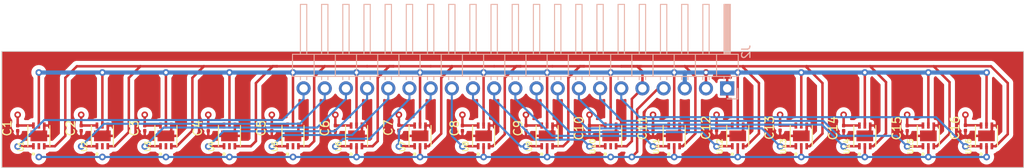
<source format=kicad_pcb>
(kicad_pcb (version 20221018) (generator pcbnew)
  (layers (0 "F.Cu" signal) (1 "In1.Cu" signal) (2 "In2.Cu" signal) (31 "B.Cu" signal) (34 "B.Paste" user) (35 "F.Paste" user) (36 "B.SilkS" user "B.Silkscreen") (37 "F.SilkS" user "F.Silkscreen") (38 "B.Mask" user) (39 "F.Mask" user) (44 "Edge.Cuts" user))
  (net 0 "")
  (net 1 "v+")
  (net 2 "GND")
  (net 3 "SCLK")
  (net 4 "MOSI")
  (net 5 "MISO")
  (net 6 "SS16")
  (net 7 "SS15")
  (net 8 "SS14")
  (net 9 "SS13")
  (net 10 "SS12")
  (net 11 "SS11")
  (net 12 "SS10")
  (net 13 "SS9")
  (net 14 "SS8")
  (net 15 "SS7")
  (net 16 "SS6")
  (net 17 "SS5")
  (net 18 "SS4")
  (net 19 "SS3")
  (net 20 "SS2")
  (net 21 "SS1")
  (footprint "Capacitor_SMD:C_0201_0603Metric" (layer "F.Cu") (at 200.66 110.835 -90)
    (fp_text reference "C14")
    (fp_text value "C_Small" hide)
  )
  (footprint "Capacitor_SMD:C_0201_0603Metric" (layer "F.Cu") (at 147.32 110.78 -90)
    (fp_text reference "C7")
    (fp_text value "C_Small" hide)
  )
  (footprint "Capacitor_SMD:C_0201_0603Metric" (layer "F.Cu") (at 177.8 110.835 -90)
    (fp_text reference "C11")
    (fp_text value "C_Small" hide)
  )
  (footprint "own_footprints:NVE SM225 10E" (layer "F.Cu") (at 111.76 111.76 90)
    (fp_text reference "U2")
    (fp_text value "SM225-10E")
  )
  (footprint "Capacitor_SMD:C_0201_0603Metric" (layer "F.Cu") (at 109.22 110.835 -90)
    (fp_text reference "C2")
    (fp_text value "C_Small" hide)
  )
  (footprint "own_footprints:NVE SM225 10E" (layer "F.Cu") (at 203.2 111.76 90)
    (fp_text reference "U14")
    (fp_text value "SM225-10E")
  )
  (footprint "Capacitor_SMD:C_0201_0603Metric" (layer "F.Cu") (at 208.28 110.835 -90)
    (fp_text reference "C15")
    (fp_text value "C_Small" hide)
  )
  (footprint "own_footprints:NVE SM225 10E" (layer "F.Cu") (at 142.24 111.76 90)
    (fp_text reference "U6")
    (fp_text value "SM225-10E")
  )
  (footprint "Capacitor_SMD:C_0201_0603Metric" (layer "F.Cu") (at 215.265 110.805 -90)
    (fp_text reference "C16")
    (fp_text value "C_Small" hide)
  )
  (footprint "own_footprints:NVE SM225 10E" (layer "F.Cu") (at 157.48 111.76 90)
    (fp_text reference "U8")
    (fp_text value "SM225-10E")
  )
  (footprint "own_footprints:NVE SM225 10E" (layer "F.Cu") (at 119.38 111.76 90)
    (fp_text reference "U3")
    (fp_text value "SM225-10E")
  )
  (footprint "own_footprints:NVE SM225 10E" (layer "F.Cu") (at 134.62 111.76 90)
    (fp_text reference "U5")
    (fp_text value "SM225-10E")
  )
  (footprint "Capacitor_SMD:C_0201_0603Metric" (layer "F.Cu") (at 170.18 110.835 -90)
    (fp_text reference "C10")
    (fp_text value "C_Small" hide)
  )
  (footprint "own_footprints:NVE SM225 10E" (layer "F.Cu") (at 210.82 111.76 90)
    (fp_text reference "U15")
    (fp_text value "SM225-10E")
  )
  (footprint "own_footprints:NVE SM225 10E" (layer "F.Cu") (at 180.34 111.76 90)
    (fp_text reference "U11")
    (fp_text value "SM225-10E")
  )
  (footprint "own_footprints:NVE SM225 10E" (layer "F.Cu") (at 195.58 111.76 90)
    (fp_text reference "U13")
    (fp_text value "SM225-10E")
  )
  (footprint "Capacitor_SMD:C_0201_0603Metric" (layer "F.Cu") (at 162.56 110.835 -90)
    (fp_text reference "C9")
    (fp_text value "C_Small" hide)
  )
  (footprint "Capacitor_SMD:C_0201_0603Metric" (layer "F.Cu") (at 154.94 110.835 -90)
    (fp_text reference "C8")
    (fp_text value "C_Small" hide)
  )
  (footprint "own_footprints:NVE SM225 10E" (layer "F.Cu") (at 127 111.76 90)
    (fp_text reference "U4")
    (fp_text value "SM225-10E")
  )
  (footprint "Capacitor_SMD:C_0201_0603Metric" (layer "F.Cu") (at 193.04 110.78 -90)
    (fp_text reference "C13")
    (fp_text value "C_Small" hide)
  )
  (footprint "Capacitor_SMD:C_0201_0603Metric" (layer "F.Cu") (at 185.42 110.78 -90)
    (fp_text reference "C12")
    (fp_text value "C_Small" hide)
  )
  (footprint "Capacitor_SMD:C_0201_0603Metric" (layer "F.Cu") (at 132.08 110.835 -90)
    (fp_text reference "C5")
    (fp_text value "C_Small" hide)
  )
  (footprint "own_footprints:NVE SM225 10E" (layer "F.Cu") (at 172.72 111.76 90)
    (fp_text reference "U10")
    (fp_text value "SM225-10E")
  )
  (footprint "Capacitor_SMD:C_0201_0603Metric" (layer "F.Cu") (at 101.6 110.835 -90)
    (fp_text reference "C1")
    (fp_text value "C_Small" hide)
  )
  (footprint "own_footprints:NVE SM225 10E" (layer "F.Cu") (at 217.79 111.76 90)
    (fp_text reference "U16")
    (fp_text value "SM225-10E")
  )
  (footprint "own_footprints:NVE SM225 10E" (layer "F.Cu") (at 165.1 111.76 90)
    (fp_text reference "U9")
    (fp_text value "SM225-10E")
  )
  (footprint "Capacitor_SMD:C_0201_0603Metric" (layer "F.Cu") (at 139.7 110.835 -90)
    (fp_text reference "C6")
    (fp_text value "C_Small" hide)
  )
  (footprint "own_footprints:NVE SM225 10E" (layer "F.Cu") (at 187.96 111.76 90)
    (fp_text reference "U12")
    (fp_text value "SM225-10E")
  )
  (footprint "own_footprints:NVE SM225 10E" (layer "F.Cu") (at 149.86 111.76 90)
    (fp_text reference "U7")
    (fp_text value "SM225-10E")
  )
  (footprint "Capacitor_SMD:C_0201_0603Metric" (layer "F.Cu") (at 116.84 110.835 -90)
    (fp_text reference "C3")
    (fp_text value "C_Small" hide)
  )
  (footprint "Capacitor_SMD:C_0201_0603Metric" (layer "F.Cu") (at 124.46 110.835 -90)
    (fp_text reference "C4")
    (fp_text value "C_Small" hide)
  )
  (footprint "own_footprints:NVE SM225 10E" (layer "F.Cu") (at 104.14 111.76 90)
    (fp_text reference "U1")
    (fp_text value "SM225-10E")
  )
  (footprint "Connector_PinHeader_2.54mm:PinHeader_1x21_P2.54mm_Horizontal" (layer "B.Cu") (at 186.69 106.045 90)
    (fp_text reference "J2")
    (fp_text value "Conn_01x21_Pin")
  )
  (gr_line (start 99.695 115.57) (end 99.695 101.6) (stroke (width 0.1)) (layer "Edge.Cuts"))
  (gr_line (start 222.25 101.6) (end 222.25 115.57) (stroke (width 0.1)) (layer "Edge.Cuts"))
  (gr_line (start 99.695 101.6) (end 222.25 101.6) (stroke (width 0.1)) (layer "Edge.Cuts"))
  (gr_line (start 222.25 115.57) (end 99.695 115.57) (stroke (width 0.1)) (layer "Edge.Cuts"))
  (segment (start 194.93 110.515) (end 193.095 110.515) (width 0.3) (layer "F.Cu") (net 1))
  (segment (start 126.35 110.515) (end 124.46 110.515) (width 0.3) (layer "F.Cu") (net 1))
  (segment (start 154.94 110.515) (end 154.94 109.22) (width 0.3) (layer "F.Cu") (net 1))
  (segment (start 149.21 110.515) (end 147.375 110.515) (width 0.3) (layer "F.Cu") (net 1))
  (segment (start 187.31 110.515) (end 185.475 110.515) (width 0.3) (layer "F.Cu") (net 1))
  (segment (start 132.08 110.515) (end 132.08 109.22) (width 0.3) (layer "F.Cu") (net 1))
  (segment (start 185.42 110.46) (end 185.42 109.22) (width 0.3) (layer "F.Cu") (net 1))
  (segment (start 215.265 110.485) (end 215.265 109.22) (width 0.3) (layer "F.Cu") (net 1))
  (segment (start 210.17 110.515) (end 208.28 110.515) (width 0.3) (layer "F.Cu") (net 1))
  (segment (start 208.28 110.515) (end 208.28 109.22) (width 0.3) (layer "F.Cu") (net 1))
  (segment (start 177.8 110.515) (end 177.8 109.22) (width 0.3) (layer "F.Cu") (net 1))
  (segment (start 193.095 110.515) (end 193.04 110.46) (width 0.3) (layer "F.Cu") (net 1))
  (segment (start 103.49 110.515) (end 101.6 110.515) (width 0.3) (layer "F.Cu") (net 1))
  (segment (start 202.55 110.515) (end 200.66 110.515) (width 0.3) (layer "F.Cu") (net 1))
  (segment (start 184.15 106.045) (end 184.15 104.14) (width 0.3) (layer "F.Cu") (net 1))
  (segment (start 156.83 110.515) (end 154.94 110.515) (width 0.3) (layer "F.Cu") (net 1))
  (segment (start 124.46 110.515) (end 124.46 109.22) (width 0.3) (layer "F.Cu") (net 1))
  (segment (start 162.56 110.515) (end 162.56 109.22) (width 0.3) (layer "F.Cu") (net 1))
  (segment (start 172.07 110.515) (end 170.18 110.515) (width 0.3) (layer "F.Cu") (net 1))
  (segment (start 179.69 110.515) (end 177.8 110.515) (width 0.3) (layer "F.Cu") (net 1))
  (segment (start 133.97 110.515) (end 132.08 110.515) (width 0.3) (layer "F.Cu") (net 1))
  (segment (start 200.66 110.515) (end 200.66 109.22) (width 0.3) (layer "F.Cu") (net 1))
  (segment (start 109.22 110.515) (end 109.22 109.22) (width 0.3) (layer "F.Cu") (net 1))
  (segment (start 101.6 110.515) (end 101.6 109.22) (width 0.3) (layer "F.Cu") (net 1))
  (segment (start 215.265 110.485) (end 217.11 110.485) (width 0.3) (layer "F.Cu") (net 1))
  (segment (start 111.11 110.515) (end 109.22 110.515) (width 0.3) (layer "F.Cu") (net 1))
  (segment (start 164.45 110.515) (end 162.56 110.515) (width 0.3) (layer "F.Cu") (net 1))
  (segment (start 147.32 110.46) (end 147.32 109.22) (width 0.3) (layer "F.Cu") (net 1))
  (segment (start 141.59 110.515) (end 139.7 110.515) (width 0.3) (layer "F.Cu") (net 1))
  (segment (start 147.375 110.515) (end 147.32 110.46) (width 0.3) (layer "F.Cu") (net 1))
  (segment (start 116.84 110.515) (end 116.84 109.22) (width 0.3) (layer "F.Cu") (net 1))
  (segment (start 193.04 110.46) (end 193.04 109.22) (width 0.3) (layer "F.Cu") (net 1))
  (segment (start 217.11 110.485) (end 217.14 110.515) (width 0.3) (layer "F.Cu") (net 1))
  (segment (start 170.18 110.515) (end 170.18 109.22) (width 0.3) (layer "F.Cu") (net 1))
  (segment (start 118.73 110.515) (end 116.84 110.515) (width 0.3) (layer "F.Cu") (net 1))
  (segment (start 185.475 110.515) (end 185.42 110.46) (width 0.3) (layer "F.Cu") (net 1))
  (segment (start 139.7 110.515) (end 139.7 109.22) (width 0.3) (layer "F.Cu") (net 1))
  (via blind (at 184.15 104.14) (size 0.8) (drill 0.4) (layers "F.Cu" "In1.Cu") (net 1))
  (via blind (at 200.66 109.22) (size 0.8) (drill 0.4) (layers "F.Cu" "In1.Cu") (net 1))
  (via blind (at 139.7 109.22) (size 0.8) (drill 0.4) (layers "F.Cu" "In1.Cu") (net 1))
  (via blind (at 162.56 109.22) (size 0.8) (drill 0.4) (layers "F.Cu" "In1.Cu") (net 1))
  (via blind (at 132.08 109.22) (size 0.8) (drill 0.4) (layers "F.Cu" "In1.Cu") (net 1))
  (via blind (at 116.84 109.22) (size 0.8) (drill 0.4) (layers "F.Cu" "In1.Cu") (net 1))
  (via blind (at 215.265 109.22) (size 0.8) (drill 0.4) (layers "F.Cu" "In1.Cu") (net 1))
  (via blind (at 124.46 109.22) (size 0.8) (drill 0.4) (layers "F.Cu" "In1.Cu") (net 1))
  (via blind (at 208.28 109.22) (size 0.8) (drill 0.4) (layers "F.Cu" "In1.Cu") (net 1))
  (via blind (at 193.04 109.22) (size 0.8) (drill 0.4) (layers "F.Cu" "In1.Cu") (net 1))
  (via blind (at 170.18 109.22) (size 0.8) (drill 0.4) (layers "F.Cu" "In1.Cu") (net 1))
  (via blind (at 101.6 109.22) (size 0.8) (drill 0.4) (layers "F.Cu" "In1.Cu") (net 1))
  (via blind (at 185.42 109.22) (size 0.8) (drill 0.4) (layers "F.Cu" "In1.Cu") (net 1))
  (via blind (at 109.22 109.22) (size 0.8) (drill 0.4) (layers "F.Cu" "In1.Cu") (net 1))
  (via blind (at 177.8 109.22) (size 0.8) (drill 0.4) (layers "F.Cu" "In1.Cu") (net 1))
  (via blind (at 147.32 109.22) (size 0.8) (drill 0.4) (layers "F.Cu" "In1.Cu") (net 1))
  (via blind (at 154.94 109.22) (size 0.8) (drill 0.4) (layers "F.Cu" "In1.Cu") (net 1))
  (segment (start 218.44 111.11) (end 217.79 111.76) (width 0.3) (layer "F.Cu") (net 2))
  (segment (start 180.99 111.11) (end 180.99 110.515) (width 0.3) (layer "F.Cu") (net 2))
  (segment (start 142.89 111.11) (end 142.89 110.515) (width 0.3) (layer "F.Cu") (net 2))
  (segment (start 188.61 111.11) (end 188.61 110.515) (width 0.3) (layer "F.Cu") (net 2))
  (segment (start 158.13 111.11) (end 158.13 110.515) (width 0.3) (layer "F.Cu") (net 2))
  (segment (start 211.47 111.11) (end 210.82 111.76) (width 0.3) (layer "F.Cu") (net 2))
  (segment (start 172.72 111.76) (end 173.37 111.11) (width 0.3) (layer "F.Cu") (net 2))
  (segment (start 104.14 111.76) (end 104.79 111.11) (width 0.3) (layer "F.Cu") (net 2))
  (segment (start 134.62 111.76) (end 135.27 111.11) (width 0.3) (layer "F.Cu") (net 2))
  (segment (start 195.58 111.76) (end 196.23 111.11) (width 0.3) (layer "F.Cu") (net 2))
  (segment (start 218.44 110.515) (end 218.44 111.11) (width 0.3) (layer "F.Cu") (net 2))
  (segment (start 104.79 111.11) (end 104.79 110.515) (width 0.3) (layer "F.Cu") (net 2))
  (segment (start 127 111.76) (end 127.65 111.11) (width 0.3) (layer "F.Cu") (net 2))
  (segment (start 196.23 111.11) (end 196.23 110.515) (width 0.3) (layer "F.Cu") (net 2))
  (segment (start 165.75 111.11) (end 165.75 110.515) (width 0.3) (layer "F.Cu") (net 2))
  (segment (start 157.48 111.76) (end 158.13 111.11) (width 0.3) (layer "F.Cu") (net 2))
  (segment (start 173.37 111.11) (end 173.37 110.515) (width 0.3) (layer "F.Cu") (net 2))
  (segment (start 149.86 111.76) (end 150.51 111.11) (width 0.3) (layer "F.Cu") (net 2))
  (segment (start 142.24 111.76) (end 142.89 111.11) (width 0.3) (layer "F.Cu") (net 2))
  (segment (start 211.47 110.515) (end 211.47 111.11) (width 0.3) (layer "F.Cu") (net 2))
  (segment (start 187.96 111.76) (end 188.61 111.11) (width 0.3) (layer "F.Cu") (net 2))
  (segment (start 203.2 111.76) (end 203.85 111.11) (width 0.3) (layer "F.Cu") (net 2))
  (segment (start 150.51 111.11) (end 150.51 110.515) (width 0.3) (layer "F.Cu") (net 2))
  (segment (start 112.41 111.11) (end 112.41 110.515) (width 0.3) (layer "F.Cu") (net 2))
  (segment (start 120.03 111.11) (end 120.03 110.515) (width 0.3) (layer "F.Cu") (net 2))
  (segment (start 203.85 111.11) (end 203.85 110.515) (width 0.3) (layer "F.Cu") (net 2))
  (segment (start 111.76 111.76) (end 112.41 111.11) (width 0.3) (layer "F.Cu") (net 2))
  (segment (start 180.34 111.76) (end 180.99 111.11) (width 0.3) (layer "F.Cu") (net 2))
  (segment (start 119.38 111.76) (end 120.03 111.11) (width 0.3) (layer "F.Cu") (net 2))
  (segment (start 165.1 111.76) (end 165.75 111.11) (width 0.3) (layer "F.Cu") (net 2))
  (segment (start 127.65 111.11) (end 127.65 110.515) (width 0.3) (layer "F.Cu") (net 2))
  (segment (start 135.27 111.11) (end 135.27 110.515) (width 0.3) (layer "F.Cu") (net 2))
  (segment (start 157.48 110.515) (end 157.48 104.14) (width 0.3) (layer "F.Cu") (net 3))
  (segment (start 149.86 110.515) (end 149.86 104.14) (width 0.3) (layer "F.Cu") (net 3))
  (segment (start 180.34 110.515) (end 180.34 104.14) (width 0.3) (layer "F.Cu") (net 3))
  (segment (start 134.62 110.515) (end 134.62 104.14) (width 0.3) (layer "F.Cu") (net 3))
  (segment (start 210.82 110.515) (end 210.82 104.14) (width 0.3) (layer "F.Cu") (net 3))
  (segment (start 104.14 110.182879) (end 104.14 104.14) (width 0.3) (layer "F.Cu") (net 3))
  (segment (start 111.76 110.515) (end 111.76 104.14) (width 0.3) (layer "F.Cu") (net 3))
  (segment (start 127 110.515) (end 127 104.14) (width 0.3) (layer "F.Cu") (net 3))
  (segment (start 203.2 110.515) (end 203.2 104.14) (width 0.3) (layer "F.Cu") (net 3))
  (segment (start 217.79 110.515) (end 217.805 104.14) (width 0.3) (layer "F.Cu") (net 3))
  (segment (start 195.58 110.182879) (end 195.58 104.14) (width 0.3) (layer "F.Cu") (net 3))
  (segment (start 217.805 104.14) (end 217.79 104.155) (width 0.25) (layer "F.Cu") (net 3))
  (segment (start 195.58 110.515) (end 195.58 110.182879) (width 0.25) (layer "F.Cu") (net 3))
  (segment (start 142.24 110.515) (end 142.24 104.14) (width 0.3) (layer "F.Cu") (net 3))
  (segment (start 187.96 110.515) (end 187.96 104.14) (width 0.3) (layer "F.Cu") (net 3))
  (segment (start 165.1 110.515) (end 165.1 104.14) (width 0.3) (layer "F.Cu") (net 3))
  (segment (start 119.38 110.515) (end 119.38 104.14) (width 0.3) (layer "F.Cu") (net 3))
  (segment (start 172.72 110.515) (end 172.72 104.14) (width 0.3) (layer "F.Cu") (net 3))
  (segment (start 104.14 110.515) (end 104.14 110.182879) (width 0.25) (layer "F.Cu") (net 3))
  (via (at 210.82 104.14) (size 0.8) (drill 0.4) (layers "F.Cu" "B.Cu") (net 3))
  (via (at 119.38 104.14) (size 0.8) (drill 0.4) (layers "F.Cu" "B.Cu") (net 3))
  (via (at 165.1 104.14) (size 0.8) (drill 0.4) (layers "F.Cu" "B.Cu") (net 3))
  (via (at 127 104.14) (size 0.8) (drill 0.4) (layers "F.Cu" "B.Cu") (net 3))
  (via (at 172.72 104.14) (size 0.8) (drill 0.4) (layers "F.Cu" "B.Cu") (net 3))
  (via (at 217.805 104.14) (size 0.8) (drill 0.4) (layers "F.Cu" "B.Cu") (net 3))
  (via (at 157.48 104.14) (size 0.8) (drill 0.4) (layers "F.Cu" "B.Cu") (net 3))
  (via (at 149.86 104.14) (size 0.8) (drill 0.4) (layers "F.Cu" "B.Cu") (net 3))
  (via (at 111.76 104.14) (size 0.8) (drill 0.4) (layers "F.Cu" "B.Cu") (net 3))
  (via (at 134.62 104.14) (size 0.8) (drill 0.4) (layers "F.Cu" "B.Cu") (net 3))
  (via (at 203.2 104.14) (size 0.8) (drill 0.4) (layers "F.Cu" "B.Cu") (net 3))
  (via (at 180.34 104.14) (size 0.8) (drill 0.4) (layers "F.Cu" "B.Cu") (net 3))
  (via (at 142.24 104.14) (size 0.8) (drill 0.4) (layers "F.Cu" "B.Cu") (net 3))
  (via (at 195.58 104.14) (size 0.8) (drill 0.4) (layers "F.Cu" "B.Cu") (net 3))
  (via (at 104.14 104.14) (size 0.8) (drill 0.4) (layers "F.Cu" "B.Cu") (net 3))
  (via (at 187.96 104.14) (size 0.8) (drill 0.4) (layers "F.Cu" "B.Cu") (net 3))
  (segment (start 181.61 104.14) (end 217.805 104.14) (width 0.5) (layer "B.Cu") (net 3))
  (segment (start 104.14 104.14) (end 181.61 104.14) (width 0.5) (layer "B.Cu") (net 3))
  (segment (start 181.61 106.045) (end 181.61 104.14) (width 0.5) (layer "B.Cu") (net 3))
  (segment (start 175.895 113.665) (end 175.26 114.3) (width 0.3) (layer "F.Cu") (net 4))
  (segment (start 175.895 108.585) (end 175.895 113.665) (width 0.3) (layer "F.Cu") (net 4))
  (segment (start 157.48 114.3) (end 157.48 113.005) (width 0.3) (layer "F.Cu") (net 4))
  (segment (start 165.1 114.3) (end 165.1 113.005) (width 0.3) (layer "F.Cu") (net 4))
  (segment (start 179.07 106.045) (end 178.435 106.045) (width 0.3) (layer "F.Cu") (net 4))
  (segment (start 178.435 106.045) (end 175.895 108.585) (width 0.3) (layer "F.Cu") (net 4))
  (segment (start 149.86 114.3) (end 149.86 113.005) (width 0.3) (layer "F.Cu") (net 4))
  (segment (start 187.96 114.3) (end 187.96 113.005) (width 0.3) (layer "F.Cu") (net 4))
  (segment (start 217.805 113.02) (end 217.79 113.005) (width 0.3) (layer "F.Cu") (net 4))
  (segment (start 203.2 114.3) (end 203.2 113.005) (width 0.3) (layer "F.Cu") (net 4))
  (segment (start 142.24 114.3) (end 142.24 113.005) (width 0.3) (layer "F.Cu") (net 4))
  (segment (start 210.82 114.3) (end 210.82 113.005) (width 0.3) (layer "F.Cu") (net 4))
  (segment (start 217.805 114.3) (end 217.805 113.02) (width 0.3) (layer "F.Cu") (net 4))
  (segment (start 180.34 114.3) (end 180.34 113.005) (width 0.3) (layer "F.Cu") (net 4))
  (segment (start 195.58 114.3) (end 195.58 113.005) (width 0.3) (layer "F.Cu") (net 4))
  (via (at 119.38 114.3) (size 0.8) (drill 0.4) (layers "F.Cu" "B.Cu") (net 4))
  (via (at 127 114.3) (size 0.8) (drill 0.4) (layers "F.Cu" "B.Cu") (net 4))
  (via (at 165.1 114.3) (size 0.8) (drill 0.4) (layers "F.Cu" "B.Cu") (net 4))
  (via (at 104.14 114.3) (size 0.8) (drill 0.4) (layers "F.Cu" "B.Cu") (net 4))
  (via (at 217.805 114.3) (size 0.8) (drill 0.4) (layers "F.Cu" "B.Cu") (net 4))
  (via (at 180.34 114.3) (size 0.8) (drill 0.4) (layers "F.Cu" "B.Cu") (net 4))
  (via (at 157.48 114.3) (size 0.8) (drill 0.4) (layers "F.Cu" "B.Cu") (net 4))
  (via (at 149.86 114.3) (size 0.8) (drill 0.4) (layers "F.Cu" "B.Cu") (net 4))
  (via (at 210.82 114.3) (size 0.8) (drill 0.4) (layers "F.Cu" "B.Cu") (net 4))
  (via (at 203.2 114.3) (size 0.8) (drill 0.4) (layers "F.Cu" "B.Cu") (net 4))
  (via (at 111.76 114.3) (size 0.8) (drill 0.4) (layers "F.Cu" "B.Cu") (net 4))
  (via (at 187.96 114.3) (size 0.8) (drill 0.4) (layers "F.Cu" "B.Cu") (net 4))
  (via (at 142.24 114.3) (size 0.8) (drill 0.4) (layers "F.Cu" "B.Cu") (net 4))
  (via (at 175.26 114.3) (size 0.8) (drill 0.4) (layers "F.Cu" "B.Cu") (net 4))
  (via (at 172.72 114.3) (size 0.8) (drill 0.4) (layers "F.Cu" "B.Cu") (net 4))
  (via (at 195.58 114.3) (size 0.8) (drill 0.4) (layers "F.Cu" "B.Cu") (net 4))
  (via (at 134.62 114.3) (size 0.8) (drill 0.4) (layers "F.Cu" "B.Cu") (net 4))
  (segment (start 217.17 114.3) (end 217.17 114.3) (width 0.25) (layer "B.Cu") (net 4))
  (segment (start 104.775 114.3) (end 104.14 114.3) (width 0.25) (layer "B.Cu") (net 4))
  (segment (start 187.96 114.3) (end 180.34 114.3) (width 0.25) (layer "B.Cu") (net 4))
  (segment (start 127 114.3) (end 134.62 114.3) (width 0.25) (layer "B.Cu") (net 4))
  (segment (start 195.58 114.3) (end 187.96 114.3) (width 0.25) (layer "B.Cu") (net 4))
  (segment (start 134.62 114.3) (end 142.24 114.3) (width 0.25) (layer "B.Cu") (net 4))
  (segment (start 172.72 114.3) (end 165.1 114.3) (width 0.25) (layer "B.Cu") (net 4))
  (segment (start 217.17 114.3) (end 217.805 114.3) (width 0.25) (layer "B.Cu") (net 4))
  (segment (start 111.76 114.3) (end 104.775 114.3) (width 0.25) (layer "B.Cu") (net 4))
  (segment (start 180.34 114.3) (end 176.53 114.3) (width 0.25) (layer "B.Cu") (net 4))
  (segment (start 119.38 114.3) (end 111.76 114.3) (width 0.25) (layer "B.Cu") (net 4))
  (segment (start 149.86 114.3) (end 157.48 114.3) (width 0.25) (layer "B.Cu") (net 4))
  (segment (start 210.82 114.3) (end 203.2 114.3) (width 0.25) (layer "B.Cu") (net 4))
  (segment (start 104.775 114.3) (end 104.775 114.3) (width 0.25) (layer "B.Cu") (net 4))
  (segment (start 203.2 114.3) (end 195.58 114.3) (width 0.25) (layer "B.Cu") (net 4))
  (segment (start 119.38 114.3) (end 127 114.3) (width 0.25) (layer "B.Cu") (net 4))
  (segment (start 176.53 114.3) (end 172.72 114.3) (width 0.25) (layer "B.Cu") (net 4))
  (segment (start 142.24 114.3) (end 149.86 114.3) (width 0.25) (layer "B.Cu") (net 4))
  (segment (start 165.1 114.3) (end 157.48 114.3) (width 0.25) (layer "B.Cu") (net 4))
  (segment (start 210.82 114.3) (end 217.17 114.3) (width 0.25) (layer "B.Cu") (net 4))
  (segment (start 182.88 104.66) (end 181.61 103.39) (width 0.3) (layer "F.Cu") (net 5))
  (segment (start 120.03 113.005) (end 120.675 113.005) (width 0.3) (layer "F.Cu") (net 5))
  (segment (start 205.74 111.482477) (end 205.74 105.295) (width 0.3) (layer "F.Cu") (net 5))
  (segment (start 190.5 111.482477) (end 190.5 105.41) (width 0.3) (layer "F.Cu") (net 5))
  (segment (start 106.07 113.005) (end 107.315 111.76) (width 0.3) (layer "F.Cu") (net 5))
  (segment (start 174.65 113.005) (end 175.26 112.395) (width 0.3) (layer "F.Cu") (net 5))
  (segment (start 137.16 112.395) (end 136.55 113.005) (width 0.3) (layer "F.Cu") (net 5))
  (segment (start 146.685 103.39) (end 151.13 103.39) (width 0.3) (layer "F.Cu") (net 5))
  (segment (start 213.36 111.482477) (end 213.36 105.295) (width 0.3) (layer "F.Cu") (net 5))
  (segment (start 130.175 105.41) (end 130.175 112.395) (width 0.3) (layer "F.Cu") (net 5))
  (segment (start 138.43 103.39) (end 143.51 103.39) (width 0.3) (layer "F.Cu") (net 5))
  (segment (start 180.99 113.005) (end 181.357477 113.005) (width 0.3) (layer "F.Cu") (net 5))
  (segment (start 176.53 106.045) (end 176.53 104.025) (width 0.3) (layer "F.Cu") (net 5))
  (segment (start 150.51 113.005) (end 150.877477 113.005) (width 0.3) (layer "F.Cu") (net 5))
  (segment (start 107.315 104.775) (end 108.7 103.39) (width 0.3) (layer "F.Cu") (net 5))
  (segment (start 188.61 113.005) (end 188.977477 113.005) (width 0.3) (layer "F.Cu") (net 5))
  (segment (start 122.555 111.125) (end 122.555 104.775) (width 0.3) (layer "F.Cu") (net 5))
  (segment (start 152.4 111.482477) (end 152.4 104.775) (width 0.3) (layer "F.Cu") (net 5))
  (segment (start 152.4 104.775) (end 153.67 103.505) (width 0.3) (layer "F.Cu") (net 5))
  (segment (start 181.357477 113.005) (end 182.88 111.482477) (width 0.3) (layer "F.Cu") (net 5))
  (segment (start 188.595 103.505) (end 188.595 103.39) (width 0.3) (layer "F.Cu") (net 5))
  (segment (start 175.895 103.39) (end 173.99 103.39) (width 0.3) (layer "F.Cu") (net 5))
  (segment (start 176.415 103.39) (end 175.895 103.39) (width 0.3) (layer "F.Cu") (net 5))
  (segment (start 181.61 103.39) (end 188.595 103.39) (width 0.3) (layer "F.Cu") (net 5))
  (segment (start 203.85 113.005) (end 204.217477 113.005) (width 0.3) (layer "F.Cu") (net 5))
  (segment (start 160.02 104.775) (end 161.405 103.39) (width 0.3) (layer "F.Cu") (net 5))
  (segment (start 198.12 105.41) (end 196.215 103.505) (width 0.3) (layer "F.Cu") (net 5))
  (segment (start 136.55 113.005) (end 135.27 113.005) (width 0.3) (layer "F.Cu") (net 5))
  (segment (start 173.37 113.005) (end 174.65 113.005) (width 0.3) (layer "F.Cu") (net 5))
  (segment (start 173.99 103.39) (end 181.61 103.39) (width 0.3) (layer "F.Cu") (net 5))
  (segment (start 204.217477 113.005) (end 205.74 111.482477) (width 0.3) (layer "F.Cu") (net 5))
  (segment (start 138.43 103.39) (end 132.715 103.39) (width 0.3) (layer "F.Cu") (net 5))
  (segment (start 196.23 113.005) (end 196.597477 113.005) (width 0.3) (layer "F.Cu") (net 5))
  (segment (start 151.13 103.39) (end 153.67 103.39) (width 0.3) (layer "F.Cu") (net 5))
  (segment (start 161.405 103.39) (end 161.925 103.39) (width 0.3) (layer "F.Cu") (net 5))
  (segment (start 130.175 112.395) (end 129.565 113.005) (width 0.3) (layer "F.Cu") (net 5))
  (segment (start 169.545 103.39) (end 173.99 103.39) (width 0.3) (layer "F.Cu") (net 5))
  (segment (start 165.75 113.005) (end 167.03 113.005) (width 0.3) (layer "F.Cu") (net 5))
  (segment (start 132.715 103.39) (end 132.195 103.39) (width 0.3) (layer "F.Cu") (net 5))
  (segment (start 175.26 107.315) (end 176.53 106.045) (width 0.3) (layer "F.Cu") (net 5))
  (segment (start 205.74 105.295) (end 203.835 103.39) (width 0.3) (layer "F.Cu") (net 5))
  (segment (start 165.735 103.39) (end 169.545 103.39) (width 0.3) (layer "F.Cu") (net 5))
  (segment (start 146.685 103.39) (end 146.165 103.39) (width 0.3) (layer "F.Cu") (net 5))
  (segment (start 182.88 111.482477) (end 182.88 104.66) (width 0.3) (layer "F.Cu") (net 5))
  (segment (start 158.585 113.005) (end 160.02 111.57) (width 0.3) (layer "F.Cu") (net 5))
  (segment (start 137.16 104.66) (end 137.16 112.395) (width 0.3) (layer "F.Cu") (net 5))
  (segment (start 218.325 103.39) (end 220.345 105.41) (width 0.3) (layer "F.Cu") (net 5))
  (segment (start 188.595 103.39) (end 196.215 103.39) (width 0.3) (layer "F.Cu") (net 5))
  (segment (start 211.837477 113.005) (end 213.36 111.482477) (width 0.3) (layer "F.Cu") (net 5))
  (segment (start 116.32 103.39) (end 123.94 103.39) (width 0.3) (layer "F.Cu") (net 5))
  (segment (start 142.89 113.005) (end 144.17 113.005) (width 0.3) (layer "F.Cu") (net 5))
  (segment (start 158.75 103.39) (end 161.925 103.39) (width 0.3) (layer "F.Cu") (net 5))
  (segment (start 167.03 113.005) (end 167.64 112.395) (width 0.3) (layer "F.Cu") (net 5))
  (segment (start 220.345 111.555) (end 218.895 113.005) (width 0.3) (layer "F.Cu") (net 5))
  (segment (start 196.215 103.39) (end 218.325 103.39) (width 0.3) (layer "F.Cu") (net 5))
  (segment (start 123.94 103.39) (end 132.715 103.39) (width 0.3) (layer "F.Cu") (net 5))
  (segment (start 176.53 104.025) (end 175.895 103.39) (width 0.3) (layer "F.Cu") (net 5))
  (segment (start 144.78 112.395) (end 144.78 104.775) (width 0.3) (layer "F.Cu") (net 5))
  (segment (start 161.925 103.39) (end 165.735 103.39) (width 0.3) (layer "F.Cu") (net 5))
  (segment (start 198.12 111.482477) (end 198.12 105.41) (width 0.3) (layer "F.Cu") (net 5))
  (segment (start 158.13 113.005) (end 158.585 113.005) (width 0.3) (layer "F.Cu") (net 5))
  (segment (start 175.26 112.395) (end 175.26 107.315) (width 0.3) (layer "F.Cu") (net 5))
  (segment (start 196.597477 113.005) (end 198.12 111.482477) (width 0.3) (layer "F.Cu") (net 5))
  (segment (start 104.79 113.005) (end 106.07 113.005) (width 0.3) (layer "F.Cu") (net 5))
  (segment (start 150.877477 113.005) (end 152.4 111.482477) (width 0.3) (layer "F.Cu") (net 5))
  (segment (start 153.67 103.505) (end 153.67 103.39) (width 0.3) (layer "F.Cu") (net 5))
  (segment (start 169.025 103.39) (end 169.545 103.39) (width 0.3) (layer "F.Cu") (net 5))
  (segment (start 114.935 111.303738) (end 114.935 104.775) (width 0.3) (layer "F.Cu") (net 5))
  (segment (start 220.345 105.41) (end 220.345 111.555) (width 0.3) (layer "F.Cu") (net 5))
  (segment (start 213.36 105.295) (end 211.455 103.39) (width 0.3) (layer "F.Cu") (net 5))
  (segment (start 153.67 103.39) (end 158.75 103.39) (width 0.3) (layer "F.Cu") (net 5))
  (segment (start 146.165 103.39) (end 144.78 104.775) (width 0.3) (layer "F.Cu") (net 5))
  (segment (start 108.7 103.39) (end 116.32 103.39) (width 0.3) (layer "F.Cu") (net 5))
  (segment (start 122.555 104.775) (end 123.94 103.39) (width 0.3) (layer "F.Cu") (net 5))
  (segment (start 167.64 104.775) (end 169.025 103.39) (width 0.3) (layer "F.Cu") (net 5))
  (segment (start 144.17 113.005) (end 144.78 112.395) (width 0.3) (layer "F.Cu") (net 5))
  (segment (start 188.977477 113.005) (end 190.5 111.482477) (width 0.3) (layer "F.Cu") (net 5))
  (segment (start 120.675 113.005) (end 122.555 111.125) (width 0.3) (layer "F.Cu") (net 5))
  (segment (start 143.51 103.39) (end 146.685 103.39) (width 0.3) (layer "F.Cu") (net 5))
  (segment (start 160.02 111.57) (end 160.02 104.775) (width 0.3) (layer "F.Cu") (net 5))
  (segment (start 114.935 104.775) (end 116.32 103.39) (width 0.3) (layer "F.Cu") (net 5))
  (segment (start 190.5 105.41) (end 188.595 103.505) (width 0.3) (layer "F.Cu") (net 5))
  (segment (start 129.565 113.005) (end 127.65 113.005) (width 0.3) (layer "F.Cu") (net 5))
  (segment (start 112.41 113.005) (end 113.233738 113.005) (width 0.3) (layer "F.Cu") (net 5))
  (segment (start 138.43 103.39) (end 137.16 104.66) (width 0.3) (layer "F.Cu") (net 5))
  (segment (start 211.47 113.005) (end 211.837477 113.005) (width 0.3) (layer "F.Cu") (net 5))
  (segment (start 132.195 103.39) (end 130.175 105.41) (width 0.3) (layer "F.Cu") (net 5))
  (segment (start 107.315 111.76) (end 107.315 104.775) (width 0.3) (layer "F.Cu") (net 5))
  (segment (start 113.233738 113.005) (end 114.935 111.303738) (width 0.3) (layer "F.Cu") (net 5))
  (segment (start 196.215 103.505) (end 196.215 103.39) (width 0.3) (layer "F.Cu") (net 5))
  (segment (start 167.64 112.395) (end 167.64 104.775) (width 0.3) (layer "F.Cu") (net 5))
  (segment (start 218.895 113.005) (end 218.44 113.005) (width 0.3) (layer "F.Cu") (net 5))
  (segment (start 215.29 113.005) (end 215.265 113.03) (width 0.3) (layer "F.Cu") (net 6))
  (segment (start 217.14 113.005) (end 215.29 113.005) (width 0.3) (layer "F.Cu") (net 6))
  (via (at 215.265 113.03) (size 0.8) (drill 0.4) (layers "F.Cu" "B.Cu") (net 6))
  (segment (start 211.745 109.51) (end 176.185 109.51) (width 0.25) (layer "B.Cu") (net 6))
  (segment (start 173.99 107.315) (end 173.99 106.045) (width 0.25) (layer "B.Cu") (net 6))
  (segment (start 215.265 113.03) (end 211.745 109.51) (width 0.25) (layer "B.Cu") (net 6))
  (segment (start 176.185 109.51) (end 173.99 107.315) (width 0.25) (layer "B.Cu") (net 6))
  (segment (start 210.145 113.03) (end 210.17 113.005) (width 0.3) (layer "F.Cu") (net 7))
  (segment (start 208.28 113.03) (end 210.145 113.03) (width 0.3) (layer "F.Cu") (net 7))
  (via (at 208.28 113.03) (size 0.8) (drill 0.4) (layers "F.Cu" "B.Cu") (net 7))
  (segment (start 171.45 107.315) (end 171.45 106.045) (width 0.25) (layer "B.Cu") (net 7))
  (segment (start 174.095 109.96) (end 171.45 107.315) (width 0.25) (layer "B.Cu") (net 7))
  (segment (start 200.025698 111.759302) (end 198.226396 109.96) (width 0.25) (layer "B.Cu") (net 7))
  (segment (start 198.226396 109.96) (end 174.095 109.96) (width 0.25) (layer "B.Cu") (net 7))
  (segment (start 208.28 113.03) (end 207.009302 111.759302) (width 0.25) (layer "B.Cu") (net 7))
  (segment (start 207.009302 111.759302) (end 200.025698 111.759302) (width 0.25) (layer "B.Cu") (net 7))
  (segment (start 202.55 113.005) (end 200.685 113.005) (width 0.3) (layer "F.Cu") (net 8))
  (segment (start 200.685 113.005) (end 200.66 113.03) (width 0.3) (layer "F.Cu") (net 8))
  (via (at 200.66 113.03) (size 0.8) (drill 0.4) (layers "F.Cu" "B.Cu") (net 8))
  (segment (start 200.66 113.03) (end 198.04 110.41) (width 0.25) (layer "B.Cu") (net 8))
  (segment (start 198.04 110.41) (end 172.005 110.41) (width 0.25) (layer "B.Cu") (net 8))
  (segment (start 172.005 110.41) (end 168.91 107.315) (width 0.25) (layer "B.Cu") (net 8))
  (segment (start 168.91 107.315) (end 168.91 106.045) (width 0.25) (layer "B.Cu") (net 8))
  (segment (start 193.065 113.005) (end 193.04 113.03) (width 0.3) (layer "F.Cu") (net 9))
  (segment (start 194.93 113.005) (end 193.065 113.005) (width 0.3) (layer "F.Cu") (net 9))
  (via (at 193.04 113.03) (size 0.8) (drill 0.4) (layers "F.Cu" "B.Cu") (net 9))
  (segment (start 193.04 113.03) (end 190.87 110.86) (width 0.25) (layer "B.Cu") (net 9))
  (segment (start 169.915 110.86) (end 166.37 107.315) (width 0.25) (layer "B.Cu") (net 9))
  (segment (start 166.37 107.315) (end 166.37 106.045) (width 0.25) (layer "B.Cu") (net 9))
  (segment (start 190.87 110.86) (end 169.915 110.86) (width 0.25) (layer "B.Cu") (net 9))
  (segment (start 185.445 113.005) (end 185.42 113.03) (width 0.3) (layer "F.Cu") (net 10))
  (segment (start 187.31 113.005) (end 185.445 113.005) (width 0.3) (layer "F.Cu") (net 10))
  (via (at 185.42 113.03) (size 0.8) (drill 0.4) (layers "F.Cu" "B.Cu") (net 10))
  (segment (start 183.7 111.31) (end 167.825 111.31) (width 0.25) (layer "B.Cu") (net 10))
  (segment (start 167.825 111.31) (end 163.83 107.315) (width 0.25) (layer "B.Cu") (net 10))
  (segment (start 185.42 113.03) (end 183.7 111.31) (width 0.25) (layer "B.Cu") (net 10))
  (segment (start 163.83 107.315) (end 163.83 106.045) (width 0.25) (layer "B.Cu") (net 10))
  (segment (start 177.825 113.005) (end 177.8 113.03) (width 0.3) (layer "F.Cu") (net 11))
  (segment (start 179.69 113.005) (end 177.825 113.005) (width 0.3) (layer "F.Cu") (net 11))
  (via (at 177.8 113.03) (size 0.8) (drill 0.4) (layers "F.Cu" "B.Cu") (net 11))
  (segment (start 176.53 111.76) (end 165.735 111.76) (width 0.25) (layer "B.Cu") (net 11))
  (segment (start 177.8 113.03) (end 176.53 111.76) (width 0.25) (layer "B.Cu") (net 11))
  (segment (start 165.735 111.76) (end 161.29 107.315) (width 0.25) (layer "B.Cu") (net 11))
  (segment (start 161.29 107.315) (end 161.29 106.045) (width 0.25) (layer "B.Cu") (net 11))
  (segment (start 172.07 113.005) (end 170.205 113.005) (width 0.3) (layer "F.Cu") (net 12))
  (segment (start 170.205 113.005) (end 170.18 113.03) (width 0.3) (layer "F.Cu") (net 12))
  (via (at 170.18 113.03) (size 0.8) (drill 0.4) (layers "F.Cu" "B.Cu") (net 12))
  (segment (start 158.75 107.315) (end 158.75 106.045) (width 0.25) (layer "B.Cu") (net 12))
  (segment (start 163.645 112.21) (end 158.75 107.315) (width 0.25) (layer "B.Cu") (net 12))
  (segment (start 169.36 112.21) (end 163.645 112.21) (width 0.25) (layer "B.Cu") (net 12))
  (segment (start 170.18 113.03) (end 169.36 112.21) (width 0.25) (layer "B.Cu") (net 12))
  (segment (start 164.45 113.005) (end 162.585 113.005) (width 0.3) (layer "F.Cu") (net 13))
  (segment (start 162.585 113.005) (end 162.56 113.03) (width 0.3) (layer "F.Cu") (net 13))
  (via (at 162.56 113.03) (size 0.8) (drill 0.4) (layers "F.Cu" "B.Cu") (net 13))
  (segment (start 156.21 107.315) (end 156.21 106.045) (width 0.25) (layer "B.Cu") (net 13))
  (segment (start 161.925 113.03) (end 156.21 107.315) (width 0.25) (layer "B.Cu") (net 13))
  (segment (start 162.56 113.03) (end 161.925 113.03) (width 0.25) (layer "B.Cu") (net 13))
  (segment (start 154.965 113.005) (end 154.94 113.03) (width 0.3) (layer "F.Cu") (net 14))
  (segment (start 156.83 113.005) (end 154.965 113.005) (width 0.3) (layer "F.Cu") (net 14))
  (via (at 154.94 113.03) (size 0.8) (drill 0.4) (layers "F.Cu" "B.Cu") (net 14))
  (segment (start 153.67 111.76) (end 153.67 106.045) (width 0.25) (layer "B.Cu") (net 14))
  (segment (start 154.94 113.03) (end 153.67 111.76) (width 0.25) (layer "B.Cu") (net 14))
  (segment (start 147.345 113.005) (end 147.32 113.03) (width 0.3) (layer "F.Cu") (net 15))
  (segment (start 149.21 113.005) (end 147.345 113.005) (width 0.3) (layer "F.Cu") (net 15))
  (via (at 147.32 113.03) (size 0.8) (drill 0.4) (layers "F.Cu" "B.Cu") (net 15))
  (segment (start 151.13 107.315) (end 151.13 106.045) (width 0.25) (layer "B.Cu") (net 15))
  (segment (start 147.32 111.125) (end 151.13 107.315) (width 0.25) (layer "B.Cu") (net 15))
  (segment (start 147.32 113.03) (end 147.32 111.125) (width 0.25) (layer "B.Cu") (net 15))
  (segment (start 141.59 113.005) (end 139.725 113.005) (width 0.3) (layer "F.Cu") (net 16))
  (segment (start 139.725 113.005) (end 139.7 113.03) (width 0.3) (layer "F.Cu") (net 16))
  (via (at 139.7 113.03) (size 0.8) (drill 0.4) (layers "F.Cu" "B.Cu") (net 16))
  (segment (start 140.625 112.105) (end 143.8 112.105) (width 0.25) (layer "B.Cu") (net 16))
  (segment (start 139.7 113.03) (end 140.625 112.105) (width 0.25) (layer "B.Cu") (net 16))
  (segment (start 143.8 112.105) (end 148.59 107.315) (width 0.25) (layer "B.Cu") (net 16))
  (segment (start 148.59 107.315) (end 148.59 106.045) (width 0.25) (layer "B.Cu") (net 16))
  (segment (start 133.97 113.005) (end 132.105 113.005) (width 0.3) (layer "F.Cu") (net 17))
  (segment (start 132.105 113.005) (end 132.08 113.03) (width 0.3) (layer "F.Cu") (net 17))
  (via (at 132.08 113.03) (size 0.8) (drill 0.4) (layers "F.Cu" "B.Cu") (net 17))
  (segment (start 133.455 111.655) (end 141.71 111.655) (width 0.25) (layer "B.Cu") (net 17))
  (segment (start 132.08 113.03) (end 133.455 111.655) (width 0.25) (layer "B.Cu") (net 17))
  (segment (start 146.05 107.315) (end 146.05 106.045) (width 0.25) (layer "B.Cu") (net 17))
  (segment (start 141.71 111.655) (end 146.05 107.315) (width 0.25) (layer "B.Cu") (net 17))
  (segment (start 126.35 113.005) (end 124.485 113.005) (width 0.3) (layer "F.Cu") (net 18))
  (segment (start 124.485 113.005) (end 124.46 113.03) (width 0.3) (layer "F.Cu") (net 18))
  (via (at 124.46 113.03) (size 0.8) (drill 0.4) (layers "F.Cu" "B.Cu") (net 18))
  (segment (start 124.46 113.03) (end 126.285 111.205) (width 0.25) (layer "B.Cu") (net 18))
  (segment (start 143.51 107.315) (end 143.51 106.045) (width 0.25) (layer "B.Cu") (net 18))
  (segment (start 126.285 111.205) (end 139.62 111.205) (width 0.25) (layer "B.Cu") (net 18))
  (segment (start 139.62 111.205) (end 143.51 107.315) (width 0.25) (layer "B.Cu") (net 18))
  (segment (start 116.865 113.005) (end 116.84 113.03) (width 0.3) (layer "F.Cu") (net 19))
  (segment (start 118.73 113.005) (end 116.865 113.005) (width 0.3) (layer "F.Cu") (net 19))
  (via (at 116.84 113.03) (size 0.8) (drill 0.4) (layers "F.Cu" "B.Cu") (net 19))
  (segment (start 119.115 110.755) (end 137.53 110.755) (width 0.25) (layer "B.Cu") (net 19))
  (segment (start 137.53 110.755) (end 140.97 107.315) (width 0.25) (layer "B.Cu") (net 19))
  (segment (start 116.84 113.03) (end 119.115 110.755) (width 0.25) (layer "B.Cu") (net 19))
  (segment (start 140.97 107.315) (end 140.97 106.045) (width 0.25) (layer "B.Cu") (net 19))
  (segment (start 111.11 113.005) (end 109.245 113.005) (width 0.3) (layer "F.Cu") (net 20))
  (segment (start 109.245 113.005) (end 109.22 113.03) (width 0.3) (layer "F.Cu") (net 20))
  (via (at 109.22 113.03) (size 0.8) (drill 0.4) (layers "F.Cu" "B.Cu") (net 20))
  (segment (start 138.43 107.315) (end 138.43 106.045) (width 0.25) (layer "B.Cu") (net 20))
  (segment (start 135.44 110.305) (end 138.43 107.315) (width 0.25) (layer "B.Cu") (net 20))
  (segment (start 111.945 110.305) (end 135.44 110.305) (width 0.25) (layer "B.Cu") (net 20))
  (segment (start 109.22 113.03) (end 111.945 110.305) (width 0.25) (layer "B.Cu") (net 20))
  (segment (start 103.49 113.005) (end 101.625 113.005) (width 0.3) (layer "F.Cu") (net 21))
  (segment (start 101.625 113.005) (end 101.6 113.03) (width 0.3) (layer "F.Cu") (net 21))
  (via (at 101.6 113.03) (size 0.8) (drill 0.4) (layers "F.Cu" "B.Cu") (net 21))
  (segment (start 133.35 109.855) (end 135.89 107.315) (width 0.25) (layer "B.Cu") (net 21))
  (segment (start 104.775 109.855) (end 133.35 109.855) (width 0.25) (layer "B.Cu") (net 21))
  (segment (start 135.89 107.315) (end 135.89 106.045) (width 0.25) (layer "B.Cu") (net 21))
  (segment (start 101.6 113.03) (end 104.775 109.855) (width 0.25) (layer "B.Cu") (net 21))
  (zone (net 2) (net_name "GND") (layer "F.Cu") (connect_pads (clearance 0.5)) (min_thickness 0.25) (fill yes (thermal_gap 0.3) (thermal_bridge_width 0.3))
    (polygon (pts (xy 99.695 101.6) (xy 222.25 101.6) (xy 222.25 115.57) (xy 99.695 115.57)))
  )
)
</source>
